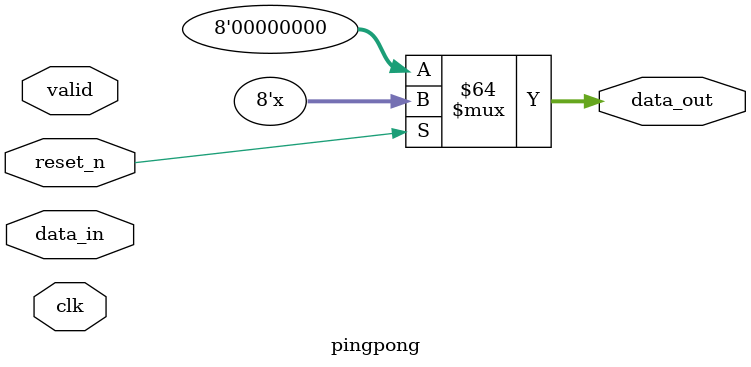
<source format=v>
module pingpong #(
	parameter width = 8
)(
	input clk, reset_n, valid,
	input [width-1:0] data_in,
	output reg [width-1:0] data_out
);

reg [2*width-1:0] buffer;
reg state, state_next;

always@(posedge clk or negedge reset_n) begin
	if (!reset_n) begin
		state = 0;
	end
	else begin
		state = state_next;
	end
end

always@(*) begin
	if(!reset_n) begin 
		buffer = 'b0;
		data_out = 'b0;
		state_next = 1'b0;
	end
	else begin
		state_next = state;
		data_out = 'b0;
		case(state)
			1'b0: begin
				data_out = buffer[2*width-1:width];
				if (valid) begin
					buffer[width-1:0] = data_in;
					state_next = 1'b1;
				end
			end
			1'b1: begin
				data_out = buffer[width-1:0];
				if (valid) begin
					buffer[2*width-1:width] = data_in;
					state_next = 1'b0;
				end
			end
		endcase
	end
end

endmodule
</source>
